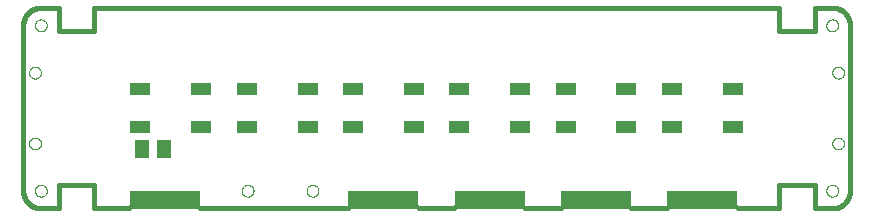
<source format=gtp>
G75*
%MOIN*%
%OFA0B0*%
%FSLAX25Y25*%
%IPPOS*%
%LPD*%
%AMOC8*
5,1,8,0,0,1.08239X$1,22.5*
%
%ADD10C,0.01600*%
%ADD11C,0.00000*%
%ADD12C,0.01200*%
%ADD13R,0.06500X0.03937*%
%ADD14R,0.23622X0.05906*%
%ADD15R,0.05118X0.06299*%
D10*
X0008290Y0025656D02*
X0014195Y0025656D01*
X0014195Y0033530D01*
X0026006Y0033530D01*
X0026006Y0025656D01*
X0037817Y0025656D01*
X0061439Y0025656D02*
X0110652Y0025656D01*
X0134274Y0025656D02*
X0146085Y0025656D01*
X0169707Y0025656D02*
X0181518Y0025656D01*
X0205140Y0025656D02*
X0216951Y0025656D01*
X0240573Y0025656D02*
X0254353Y0025656D01*
X0254353Y0033530D01*
X0266164Y0033530D01*
X0266164Y0025656D01*
X0272069Y0025656D01*
X0272069Y0025655D02*
X0272221Y0025657D01*
X0272373Y0025663D01*
X0272525Y0025673D01*
X0272676Y0025686D01*
X0272827Y0025704D01*
X0272978Y0025725D01*
X0273128Y0025751D01*
X0273277Y0025780D01*
X0273426Y0025813D01*
X0273573Y0025850D01*
X0273720Y0025890D01*
X0273865Y0025935D01*
X0274009Y0025983D01*
X0274152Y0026035D01*
X0274294Y0026090D01*
X0274434Y0026149D01*
X0274573Y0026212D01*
X0274710Y0026278D01*
X0274845Y0026348D01*
X0274978Y0026421D01*
X0275109Y0026498D01*
X0275239Y0026578D01*
X0275366Y0026661D01*
X0275491Y0026747D01*
X0275614Y0026837D01*
X0275734Y0026930D01*
X0275852Y0027026D01*
X0275968Y0027125D01*
X0276081Y0027227D01*
X0276191Y0027331D01*
X0276299Y0027439D01*
X0276403Y0027549D01*
X0276505Y0027662D01*
X0276604Y0027778D01*
X0276700Y0027896D01*
X0276793Y0028016D01*
X0276883Y0028139D01*
X0276969Y0028264D01*
X0277052Y0028391D01*
X0277132Y0028521D01*
X0277209Y0028652D01*
X0277282Y0028785D01*
X0277352Y0028920D01*
X0277418Y0029057D01*
X0277481Y0029196D01*
X0277540Y0029336D01*
X0277595Y0029478D01*
X0277647Y0029621D01*
X0277695Y0029765D01*
X0277740Y0029910D01*
X0277780Y0030057D01*
X0277817Y0030204D01*
X0277850Y0030353D01*
X0277879Y0030502D01*
X0277905Y0030652D01*
X0277926Y0030803D01*
X0277944Y0030954D01*
X0277957Y0031105D01*
X0277967Y0031257D01*
X0277973Y0031409D01*
X0277975Y0031561D01*
X0277975Y0086679D01*
X0277973Y0086831D01*
X0277967Y0086983D01*
X0277957Y0087135D01*
X0277944Y0087286D01*
X0277926Y0087437D01*
X0277905Y0087588D01*
X0277879Y0087738D01*
X0277850Y0087887D01*
X0277817Y0088036D01*
X0277780Y0088183D01*
X0277740Y0088330D01*
X0277695Y0088475D01*
X0277647Y0088619D01*
X0277595Y0088762D01*
X0277540Y0088904D01*
X0277481Y0089044D01*
X0277418Y0089183D01*
X0277352Y0089320D01*
X0277282Y0089455D01*
X0277209Y0089588D01*
X0277132Y0089719D01*
X0277052Y0089849D01*
X0276969Y0089976D01*
X0276883Y0090101D01*
X0276793Y0090224D01*
X0276700Y0090344D01*
X0276604Y0090462D01*
X0276505Y0090578D01*
X0276403Y0090691D01*
X0276299Y0090801D01*
X0276191Y0090909D01*
X0276081Y0091013D01*
X0275968Y0091115D01*
X0275852Y0091214D01*
X0275734Y0091310D01*
X0275614Y0091403D01*
X0275491Y0091493D01*
X0275366Y0091579D01*
X0275239Y0091662D01*
X0275109Y0091742D01*
X0274978Y0091819D01*
X0274845Y0091892D01*
X0274710Y0091962D01*
X0274573Y0092028D01*
X0274434Y0092091D01*
X0274294Y0092150D01*
X0274152Y0092205D01*
X0274009Y0092257D01*
X0273865Y0092305D01*
X0273720Y0092350D01*
X0273573Y0092390D01*
X0273426Y0092427D01*
X0273277Y0092460D01*
X0273128Y0092489D01*
X0272978Y0092515D01*
X0272827Y0092536D01*
X0272676Y0092554D01*
X0272525Y0092567D01*
X0272373Y0092577D01*
X0272221Y0092583D01*
X0272069Y0092585D01*
X0266164Y0092585D01*
X0266164Y0084711D01*
X0254353Y0084711D01*
X0254353Y0092585D01*
X0026006Y0092585D01*
X0026006Y0084711D01*
X0014195Y0084711D01*
X0014195Y0092585D01*
X0008290Y0092585D01*
X0008138Y0092583D01*
X0007986Y0092577D01*
X0007834Y0092567D01*
X0007683Y0092554D01*
X0007532Y0092536D01*
X0007381Y0092515D01*
X0007231Y0092489D01*
X0007082Y0092460D01*
X0006933Y0092427D01*
X0006786Y0092390D01*
X0006639Y0092350D01*
X0006494Y0092305D01*
X0006350Y0092257D01*
X0006207Y0092205D01*
X0006065Y0092150D01*
X0005925Y0092091D01*
X0005786Y0092028D01*
X0005649Y0091962D01*
X0005514Y0091892D01*
X0005381Y0091819D01*
X0005250Y0091742D01*
X0005120Y0091662D01*
X0004993Y0091579D01*
X0004868Y0091493D01*
X0004745Y0091403D01*
X0004625Y0091310D01*
X0004507Y0091214D01*
X0004391Y0091115D01*
X0004278Y0091013D01*
X0004168Y0090909D01*
X0004060Y0090801D01*
X0003956Y0090691D01*
X0003854Y0090578D01*
X0003755Y0090462D01*
X0003659Y0090344D01*
X0003566Y0090224D01*
X0003476Y0090101D01*
X0003390Y0089976D01*
X0003307Y0089849D01*
X0003227Y0089719D01*
X0003150Y0089588D01*
X0003077Y0089455D01*
X0003007Y0089320D01*
X0002941Y0089183D01*
X0002878Y0089044D01*
X0002819Y0088904D01*
X0002764Y0088762D01*
X0002712Y0088619D01*
X0002664Y0088475D01*
X0002619Y0088330D01*
X0002579Y0088183D01*
X0002542Y0088036D01*
X0002509Y0087887D01*
X0002480Y0087738D01*
X0002454Y0087588D01*
X0002433Y0087437D01*
X0002415Y0087286D01*
X0002402Y0087135D01*
X0002392Y0086983D01*
X0002386Y0086831D01*
X0002384Y0086679D01*
X0002384Y0031561D01*
X0002386Y0031409D01*
X0002392Y0031257D01*
X0002402Y0031105D01*
X0002415Y0030954D01*
X0002433Y0030803D01*
X0002454Y0030652D01*
X0002480Y0030502D01*
X0002509Y0030353D01*
X0002542Y0030204D01*
X0002579Y0030057D01*
X0002619Y0029910D01*
X0002664Y0029765D01*
X0002712Y0029621D01*
X0002764Y0029478D01*
X0002819Y0029336D01*
X0002878Y0029196D01*
X0002941Y0029057D01*
X0003007Y0028920D01*
X0003077Y0028785D01*
X0003150Y0028652D01*
X0003227Y0028521D01*
X0003307Y0028391D01*
X0003390Y0028264D01*
X0003476Y0028139D01*
X0003566Y0028016D01*
X0003659Y0027896D01*
X0003755Y0027778D01*
X0003854Y0027662D01*
X0003956Y0027549D01*
X0004060Y0027439D01*
X0004168Y0027331D01*
X0004278Y0027227D01*
X0004391Y0027125D01*
X0004507Y0027026D01*
X0004625Y0026930D01*
X0004745Y0026837D01*
X0004868Y0026747D01*
X0004993Y0026661D01*
X0005120Y0026578D01*
X0005250Y0026498D01*
X0005381Y0026421D01*
X0005514Y0026348D01*
X0005649Y0026278D01*
X0005786Y0026212D01*
X0005925Y0026149D01*
X0006065Y0026090D01*
X0006207Y0026035D01*
X0006350Y0025983D01*
X0006494Y0025935D01*
X0006639Y0025890D01*
X0006786Y0025850D01*
X0006933Y0025813D01*
X0007082Y0025780D01*
X0007231Y0025751D01*
X0007381Y0025725D01*
X0007532Y0025704D01*
X0007683Y0025686D01*
X0007834Y0025673D01*
X0007986Y0025663D01*
X0008138Y0025657D01*
X0008290Y0025655D01*
D11*
X0006321Y0031561D02*
X0006323Y0031649D01*
X0006329Y0031737D01*
X0006339Y0031825D01*
X0006353Y0031913D01*
X0006370Y0031999D01*
X0006392Y0032085D01*
X0006417Y0032169D01*
X0006447Y0032253D01*
X0006479Y0032335D01*
X0006516Y0032415D01*
X0006556Y0032494D01*
X0006600Y0032571D01*
X0006647Y0032646D01*
X0006697Y0032718D01*
X0006751Y0032789D01*
X0006807Y0032856D01*
X0006867Y0032922D01*
X0006929Y0032984D01*
X0006995Y0033044D01*
X0007062Y0033100D01*
X0007133Y0033154D01*
X0007205Y0033204D01*
X0007280Y0033251D01*
X0007357Y0033295D01*
X0007436Y0033335D01*
X0007516Y0033372D01*
X0007598Y0033404D01*
X0007682Y0033434D01*
X0007766Y0033459D01*
X0007852Y0033481D01*
X0007938Y0033498D01*
X0008026Y0033512D01*
X0008114Y0033522D01*
X0008202Y0033528D01*
X0008290Y0033530D01*
X0008378Y0033528D01*
X0008466Y0033522D01*
X0008554Y0033512D01*
X0008642Y0033498D01*
X0008728Y0033481D01*
X0008814Y0033459D01*
X0008898Y0033434D01*
X0008982Y0033404D01*
X0009064Y0033372D01*
X0009144Y0033335D01*
X0009223Y0033295D01*
X0009300Y0033251D01*
X0009375Y0033204D01*
X0009447Y0033154D01*
X0009518Y0033100D01*
X0009585Y0033044D01*
X0009651Y0032984D01*
X0009713Y0032922D01*
X0009773Y0032856D01*
X0009829Y0032789D01*
X0009883Y0032718D01*
X0009933Y0032646D01*
X0009980Y0032571D01*
X0010024Y0032494D01*
X0010064Y0032415D01*
X0010101Y0032335D01*
X0010133Y0032253D01*
X0010163Y0032169D01*
X0010188Y0032085D01*
X0010210Y0031999D01*
X0010227Y0031913D01*
X0010241Y0031825D01*
X0010251Y0031737D01*
X0010257Y0031649D01*
X0010259Y0031561D01*
X0010257Y0031473D01*
X0010251Y0031385D01*
X0010241Y0031297D01*
X0010227Y0031209D01*
X0010210Y0031123D01*
X0010188Y0031037D01*
X0010163Y0030953D01*
X0010133Y0030869D01*
X0010101Y0030787D01*
X0010064Y0030707D01*
X0010024Y0030628D01*
X0009980Y0030551D01*
X0009933Y0030476D01*
X0009883Y0030404D01*
X0009829Y0030333D01*
X0009773Y0030266D01*
X0009713Y0030200D01*
X0009651Y0030138D01*
X0009585Y0030078D01*
X0009518Y0030022D01*
X0009447Y0029968D01*
X0009375Y0029918D01*
X0009300Y0029871D01*
X0009223Y0029827D01*
X0009144Y0029787D01*
X0009064Y0029750D01*
X0008982Y0029718D01*
X0008898Y0029688D01*
X0008814Y0029663D01*
X0008728Y0029641D01*
X0008642Y0029624D01*
X0008554Y0029610D01*
X0008466Y0029600D01*
X0008378Y0029594D01*
X0008290Y0029592D01*
X0008202Y0029594D01*
X0008114Y0029600D01*
X0008026Y0029610D01*
X0007938Y0029624D01*
X0007852Y0029641D01*
X0007766Y0029663D01*
X0007682Y0029688D01*
X0007598Y0029718D01*
X0007516Y0029750D01*
X0007436Y0029787D01*
X0007357Y0029827D01*
X0007280Y0029871D01*
X0007205Y0029918D01*
X0007133Y0029968D01*
X0007062Y0030022D01*
X0006995Y0030078D01*
X0006929Y0030138D01*
X0006867Y0030200D01*
X0006807Y0030266D01*
X0006751Y0030333D01*
X0006697Y0030404D01*
X0006647Y0030476D01*
X0006600Y0030551D01*
X0006556Y0030628D01*
X0006516Y0030707D01*
X0006479Y0030787D01*
X0006447Y0030869D01*
X0006417Y0030953D01*
X0006392Y0031037D01*
X0006370Y0031123D01*
X0006353Y0031209D01*
X0006339Y0031297D01*
X0006329Y0031385D01*
X0006323Y0031473D01*
X0006321Y0031561D01*
X0004352Y0047309D02*
X0004354Y0047397D01*
X0004360Y0047485D01*
X0004370Y0047573D01*
X0004384Y0047661D01*
X0004401Y0047747D01*
X0004423Y0047833D01*
X0004448Y0047917D01*
X0004478Y0048001D01*
X0004510Y0048083D01*
X0004547Y0048163D01*
X0004587Y0048242D01*
X0004631Y0048319D01*
X0004678Y0048394D01*
X0004728Y0048466D01*
X0004782Y0048537D01*
X0004838Y0048604D01*
X0004898Y0048670D01*
X0004960Y0048732D01*
X0005026Y0048792D01*
X0005093Y0048848D01*
X0005164Y0048902D01*
X0005236Y0048952D01*
X0005311Y0048999D01*
X0005388Y0049043D01*
X0005467Y0049083D01*
X0005547Y0049120D01*
X0005629Y0049152D01*
X0005713Y0049182D01*
X0005797Y0049207D01*
X0005883Y0049229D01*
X0005969Y0049246D01*
X0006057Y0049260D01*
X0006145Y0049270D01*
X0006233Y0049276D01*
X0006321Y0049278D01*
X0006409Y0049276D01*
X0006497Y0049270D01*
X0006585Y0049260D01*
X0006673Y0049246D01*
X0006759Y0049229D01*
X0006845Y0049207D01*
X0006929Y0049182D01*
X0007013Y0049152D01*
X0007095Y0049120D01*
X0007175Y0049083D01*
X0007254Y0049043D01*
X0007331Y0048999D01*
X0007406Y0048952D01*
X0007478Y0048902D01*
X0007549Y0048848D01*
X0007616Y0048792D01*
X0007682Y0048732D01*
X0007744Y0048670D01*
X0007804Y0048604D01*
X0007860Y0048537D01*
X0007914Y0048466D01*
X0007964Y0048394D01*
X0008011Y0048319D01*
X0008055Y0048242D01*
X0008095Y0048163D01*
X0008132Y0048083D01*
X0008164Y0048001D01*
X0008194Y0047917D01*
X0008219Y0047833D01*
X0008241Y0047747D01*
X0008258Y0047661D01*
X0008272Y0047573D01*
X0008282Y0047485D01*
X0008288Y0047397D01*
X0008290Y0047309D01*
X0008288Y0047221D01*
X0008282Y0047133D01*
X0008272Y0047045D01*
X0008258Y0046957D01*
X0008241Y0046871D01*
X0008219Y0046785D01*
X0008194Y0046701D01*
X0008164Y0046617D01*
X0008132Y0046535D01*
X0008095Y0046455D01*
X0008055Y0046376D01*
X0008011Y0046299D01*
X0007964Y0046224D01*
X0007914Y0046152D01*
X0007860Y0046081D01*
X0007804Y0046014D01*
X0007744Y0045948D01*
X0007682Y0045886D01*
X0007616Y0045826D01*
X0007549Y0045770D01*
X0007478Y0045716D01*
X0007406Y0045666D01*
X0007331Y0045619D01*
X0007254Y0045575D01*
X0007175Y0045535D01*
X0007095Y0045498D01*
X0007013Y0045466D01*
X0006929Y0045436D01*
X0006845Y0045411D01*
X0006759Y0045389D01*
X0006673Y0045372D01*
X0006585Y0045358D01*
X0006497Y0045348D01*
X0006409Y0045342D01*
X0006321Y0045340D01*
X0006233Y0045342D01*
X0006145Y0045348D01*
X0006057Y0045358D01*
X0005969Y0045372D01*
X0005883Y0045389D01*
X0005797Y0045411D01*
X0005713Y0045436D01*
X0005629Y0045466D01*
X0005547Y0045498D01*
X0005467Y0045535D01*
X0005388Y0045575D01*
X0005311Y0045619D01*
X0005236Y0045666D01*
X0005164Y0045716D01*
X0005093Y0045770D01*
X0005026Y0045826D01*
X0004960Y0045886D01*
X0004898Y0045948D01*
X0004838Y0046014D01*
X0004782Y0046081D01*
X0004728Y0046152D01*
X0004678Y0046224D01*
X0004631Y0046299D01*
X0004587Y0046376D01*
X0004547Y0046455D01*
X0004510Y0046535D01*
X0004478Y0046617D01*
X0004448Y0046701D01*
X0004423Y0046785D01*
X0004401Y0046871D01*
X0004384Y0046957D01*
X0004370Y0047045D01*
X0004360Y0047133D01*
X0004354Y0047221D01*
X0004352Y0047309D01*
X0004352Y0070931D02*
X0004354Y0071019D01*
X0004360Y0071107D01*
X0004370Y0071195D01*
X0004384Y0071283D01*
X0004401Y0071369D01*
X0004423Y0071455D01*
X0004448Y0071539D01*
X0004478Y0071623D01*
X0004510Y0071705D01*
X0004547Y0071785D01*
X0004587Y0071864D01*
X0004631Y0071941D01*
X0004678Y0072016D01*
X0004728Y0072088D01*
X0004782Y0072159D01*
X0004838Y0072226D01*
X0004898Y0072292D01*
X0004960Y0072354D01*
X0005026Y0072414D01*
X0005093Y0072470D01*
X0005164Y0072524D01*
X0005236Y0072574D01*
X0005311Y0072621D01*
X0005388Y0072665D01*
X0005467Y0072705D01*
X0005547Y0072742D01*
X0005629Y0072774D01*
X0005713Y0072804D01*
X0005797Y0072829D01*
X0005883Y0072851D01*
X0005969Y0072868D01*
X0006057Y0072882D01*
X0006145Y0072892D01*
X0006233Y0072898D01*
X0006321Y0072900D01*
X0006409Y0072898D01*
X0006497Y0072892D01*
X0006585Y0072882D01*
X0006673Y0072868D01*
X0006759Y0072851D01*
X0006845Y0072829D01*
X0006929Y0072804D01*
X0007013Y0072774D01*
X0007095Y0072742D01*
X0007175Y0072705D01*
X0007254Y0072665D01*
X0007331Y0072621D01*
X0007406Y0072574D01*
X0007478Y0072524D01*
X0007549Y0072470D01*
X0007616Y0072414D01*
X0007682Y0072354D01*
X0007744Y0072292D01*
X0007804Y0072226D01*
X0007860Y0072159D01*
X0007914Y0072088D01*
X0007964Y0072016D01*
X0008011Y0071941D01*
X0008055Y0071864D01*
X0008095Y0071785D01*
X0008132Y0071705D01*
X0008164Y0071623D01*
X0008194Y0071539D01*
X0008219Y0071455D01*
X0008241Y0071369D01*
X0008258Y0071283D01*
X0008272Y0071195D01*
X0008282Y0071107D01*
X0008288Y0071019D01*
X0008290Y0070931D01*
X0008288Y0070843D01*
X0008282Y0070755D01*
X0008272Y0070667D01*
X0008258Y0070579D01*
X0008241Y0070493D01*
X0008219Y0070407D01*
X0008194Y0070323D01*
X0008164Y0070239D01*
X0008132Y0070157D01*
X0008095Y0070077D01*
X0008055Y0069998D01*
X0008011Y0069921D01*
X0007964Y0069846D01*
X0007914Y0069774D01*
X0007860Y0069703D01*
X0007804Y0069636D01*
X0007744Y0069570D01*
X0007682Y0069508D01*
X0007616Y0069448D01*
X0007549Y0069392D01*
X0007478Y0069338D01*
X0007406Y0069288D01*
X0007331Y0069241D01*
X0007254Y0069197D01*
X0007175Y0069157D01*
X0007095Y0069120D01*
X0007013Y0069088D01*
X0006929Y0069058D01*
X0006845Y0069033D01*
X0006759Y0069011D01*
X0006673Y0068994D01*
X0006585Y0068980D01*
X0006497Y0068970D01*
X0006409Y0068964D01*
X0006321Y0068962D01*
X0006233Y0068964D01*
X0006145Y0068970D01*
X0006057Y0068980D01*
X0005969Y0068994D01*
X0005883Y0069011D01*
X0005797Y0069033D01*
X0005713Y0069058D01*
X0005629Y0069088D01*
X0005547Y0069120D01*
X0005467Y0069157D01*
X0005388Y0069197D01*
X0005311Y0069241D01*
X0005236Y0069288D01*
X0005164Y0069338D01*
X0005093Y0069392D01*
X0005026Y0069448D01*
X0004960Y0069508D01*
X0004898Y0069570D01*
X0004838Y0069636D01*
X0004782Y0069703D01*
X0004728Y0069774D01*
X0004678Y0069846D01*
X0004631Y0069921D01*
X0004587Y0069998D01*
X0004547Y0070077D01*
X0004510Y0070157D01*
X0004478Y0070239D01*
X0004448Y0070323D01*
X0004423Y0070407D01*
X0004401Y0070493D01*
X0004384Y0070579D01*
X0004370Y0070667D01*
X0004360Y0070755D01*
X0004354Y0070843D01*
X0004352Y0070931D01*
X0006321Y0086679D02*
X0006323Y0086767D01*
X0006329Y0086855D01*
X0006339Y0086943D01*
X0006353Y0087031D01*
X0006370Y0087117D01*
X0006392Y0087203D01*
X0006417Y0087287D01*
X0006447Y0087371D01*
X0006479Y0087453D01*
X0006516Y0087533D01*
X0006556Y0087612D01*
X0006600Y0087689D01*
X0006647Y0087764D01*
X0006697Y0087836D01*
X0006751Y0087907D01*
X0006807Y0087974D01*
X0006867Y0088040D01*
X0006929Y0088102D01*
X0006995Y0088162D01*
X0007062Y0088218D01*
X0007133Y0088272D01*
X0007205Y0088322D01*
X0007280Y0088369D01*
X0007357Y0088413D01*
X0007436Y0088453D01*
X0007516Y0088490D01*
X0007598Y0088522D01*
X0007682Y0088552D01*
X0007766Y0088577D01*
X0007852Y0088599D01*
X0007938Y0088616D01*
X0008026Y0088630D01*
X0008114Y0088640D01*
X0008202Y0088646D01*
X0008290Y0088648D01*
X0008378Y0088646D01*
X0008466Y0088640D01*
X0008554Y0088630D01*
X0008642Y0088616D01*
X0008728Y0088599D01*
X0008814Y0088577D01*
X0008898Y0088552D01*
X0008982Y0088522D01*
X0009064Y0088490D01*
X0009144Y0088453D01*
X0009223Y0088413D01*
X0009300Y0088369D01*
X0009375Y0088322D01*
X0009447Y0088272D01*
X0009518Y0088218D01*
X0009585Y0088162D01*
X0009651Y0088102D01*
X0009713Y0088040D01*
X0009773Y0087974D01*
X0009829Y0087907D01*
X0009883Y0087836D01*
X0009933Y0087764D01*
X0009980Y0087689D01*
X0010024Y0087612D01*
X0010064Y0087533D01*
X0010101Y0087453D01*
X0010133Y0087371D01*
X0010163Y0087287D01*
X0010188Y0087203D01*
X0010210Y0087117D01*
X0010227Y0087031D01*
X0010241Y0086943D01*
X0010251Y0086855D01*
X0010257Y0086767D01*
X0010259Y0086679D01*
X0010257Y0086591D01*
X0010251Y0086503D01*
X0010241Y0086415D01*
X0010227Y0086327D01*
X0010210Y0086241D01*
X0010188Y0086155D01*
X0010163Y0086071D01*
X0010133Y0085987D01*
X0010101Y0085905D01*
X0010064Y0085825D01*
X0010024Y0085746D01*
X0009980Y0085669D01*
X0009933Y0085594D01*
X0009883Y0085522D01*
X0009829Y0085451D01*
X0009773Y0085384D01*
X0009713Y0085318D01*
X0009651Y0085256D01*
X0009585Y0085196D01*
X0009518Y0085140D01*
X0009447Y0085086D01*
X0009375Y0085036D01*
X0009300Y0084989D01*
X0009223Y0084945D01*
X0009144Y0084905D01*
X0009064Y0084868D01*
X0008982Y0084836D01*
X0008898Y0084806D01*
X0008814Y0084781D01*
X0008728Y0084759D01*
X0008642Y0084742D01*
X0008554Y0084728D01*
X0008466Y0084718D01*
X0008378Y0084712D01*
X0008290Y0084710D01*
X0008202Y0084712D01*
X0008114Y0084718D01*
X0008026Y0084728D01*
X0007938Y0084742D01*
X0007852Y0084759D01*
X0007766Y0084781D01*
X0007682Y0084806D01*
X0007598Y0084836D01*
X0007516Y0084868D01*
X0007436Y0084905D01*
X0007357Y0084945D01*
X0007280Y0084989D01*
X0007205Y0085036D01*
X0007133Y0085086D01*
X0007062Y0085140D01*
X0006995Y0085196D01*
X0006929Y0085256D01*
X0006867Y0085318D01*
X0006807Y0085384D01*
X0006751Y0085451D01*
X0006697Y0085522D01*
X0006647Y0085594D01*
X0006600Y0085669D01*
X0006556Y0085746D01*
X0006516Y0085825D01*
X0006479Y0085905D01*
X0006447Y0085987D01*
X0006417Y0086071D01*
X0006392Y0086155D01*
X0006370Y0086241D01*
X0006353Y0086327D01*
X0006339Y0086415D01*
X0006329Y0086503D01*
X0006323Y0086591D01*
X0006321Y0086679D01*
X0075218Y0031561D02*
X0075220Y0031649D01*
X0075226Y0031737D01*
X0075236Y0031825D01*
X0075250Y0031913D01*
X0075267Y0031999D01*
X0075289Y0032085D01*
X0075314Y0032169D01*
X0075344Y0032253D01*
X0075376Y0032335D01*
X0075413Y0032415D01*
X0075453Y0032494D01*
X0075497Y0032571D01*
X0075544Y0032646D01*
X0075594Y0032718D01*
X0075648Y0032789D01*
X0075704Y0032856D01*
X0075764Y0032922D01*
X0075826Y0032984D01*
X0075892Y0033044D01*
X0075959Y0033100D01*
X0076030Y0033154D01*
X0076102Y0033204D01*
X0076177Y0033251D01*
X0076254Y0033295D01*
X0076333Y0033335D01*
X0076413Y0033372D01*
X0076495Y0033404D01*
X0076579Y0033434D01*
X0076663Y0033459D01*
X0076749Y0033481D01*
X0076835Y0033498D01*
X0076923Y0033512D01*
X0077011Y0033522D01*
X0077099Y0033528D01*
X0077187Y0033530D01*
X0077275Y0033528D01*
X0077363Y0033522D01*
X0077451Y0033512D01*
X0077539Y0033498D01*
X0077625Y0033481D01*
X0077711Y0033459D01*
X0077795Y0033434D01*
X0077879Y0033404D01*
X0077961Y0033372D01*
X0078041Y0033335D01*
X0078120Y0033295D01*
X0078197Y0033251D01*
X0078272Y0033204D01*
X0078344Y0033154D01*
X0078415Y0033100D01*
X0078482Y0033044D01*
X0078548Y0032984D01*
X0078610Y0032922D01*
X0078670Y0032856D01*
X0078726Y0032789D01*
X0078780Y0032718D01*
X0078830Y0032646D01*
X0078877Y0032571D01*
X0078921Y0032494D01*
X0078961Y0032415D01*
X0078998Y0032335D01*
X0079030Y0032253D01*
X0079060Y0032169D01*
X0079085Y0032085D01*
X0079107Y0031999D01*
X0079124Y0031913D01*
X0079138Y0031825D01*
X0079148Y0031737D01*
X0079154Y0031649D01*
X0079156Y0031561D01*
X0079154Y0031473D01*
X0079148Y0031385D01*
X0079138Y0031297D01*
X0079124Y0031209D01*
X0079107Y0031123D01*
X0079085Y0031037D01*
X0079060Y0030953D01*
X0079030Y0030869D01*
X0078998Y0030787D01*
X0078961Y0030707D01*
X0078921Y0030628D01*
X0078877Y0030551D01*
X0078830Y0030476D01*
X0078780Y0030404D01*
X0078726Y0030333D01*
X0078670Y0030266D01*
X0078610Y0030200D01*
X0078548Y0030138D01*
X0078482Y0030078D01*
X0078415Y0030022D01*
X0078344Y0029968D01*
X0078272Y0029918D01*
X0078197Y0029871D01*
X0078120Y0029827D01*
X0078041Y0029787D01*
X0077961Y0029750D01*
X0077879Y0029718D01*
X0077795Y0029688D01*
X0077711Y0029663D01*
X0077625Y0029641D01*
X0077539Y0029624D01*
X0077451Y0029610D01*
X0077363Y0029600D01*
X0077275Y0029594D01*
X0077187Y0029592D01*
X0077099Y0029594D01*
X0077011Y0029600D01*
X0076923Y0029610D01*
X0076835Y0029624D01*
X0076749Y0029641D01*
X0076663Y0029663D01*
X0076579Y0029688D01*
X0076495Y0029718D01*
X0076413Y0029750D01*
X0076333Y0029787D01*
X0076254Y0029827D01*
X0076177Y0029871D01*
X0076102Y0029918D01*
X0076030Y0029968D01*
X0075959Y0030022D01*
X0075892Y0030078D01*
X0075826Y0030138D01*
X0075764Y0030200D01*
X0075704Y0030266D01*
X0075648Y0030333D01*
X0075594Y0030404D01*
X0075544Y0030476D01*
X0075497Y0030551D01*
X0075453Y0030628D01*
X0075413Y0030707D01*
X0075376Y0030787D01*
X0075344Y0030869D01*
X0075314Y0030953D01*
X0075289Y0031037D01*
X0075267Y0031123D01*
X0075250Y0031209D01*
X0075236Y0031297D01*
X0075226Y0031385D01*
X0075220Y0031473D01*
X0075218Y0031561D01*
X0096872Y0031561D02*
X0096874Y0031649D01*
X0096880Y0031737D01*
X0096890Y0031825D01*
X0096904Y0031913D01*
X0096921Y0031999D01*
X0096943Y0032085D01*
X0096968Y0032169D01*
X0096998Y0032253D01*
X0097030Y0032335D01*
X0097067Y0032415D01*
X0097107Y0032494D01*
X0097151Y0032571D01*
X0097198Y0032646D01*
X0097248Y0032718D01*
X0097302Y0032789D01*
X0097358Y0032856D01*
X0097418Y0032922D01*
X0097480Y0032984D01*
X0097546Y0033044D01*
X0097613Y0033100D01*
X0097684Y0033154D01*
X0097756Y0033204D01*
X0097831Y0033251D01*
X0097908Y0033295D01*
X0097987Y0033335D01*
X0098067Y0033372D01*
X0098149Y0033404D01*
X0098233Y0033434D01*
X0098317Y0033459D01*
X0098403Y0033481D01*
X0098489Y0033498D01*
X0098577Y0033512D01*
X0098665Y0033522D01*
X0098753Y0033528D01*
X0098841Y0033530D01*
X0098929Y0033528D01*
X0099017Y0033522D01*
X0099105Y0033512D01*
X0099193Y0033498D01*
X0099279Y0033481D01*
X0099365Y0033459D01*
X0099449Y0033434D01*
X0099533Y0033404D01*
X0099615Y0033372D01*
X0099695Y0033335D01*
X0099774Y0033295D01*
X0099851Y0033251D01*
X0099926Y0033204D01*
X0099998Y0033154D01*
X0100069Y0033100D01*
X0100136Y0033044D01*
X0100202Y0032984D01*
X0100264Y0032922D01*
X0100324Y0032856D01*
X0100380Y0032789D01*
X0100434Y0032718D01*
X0100484Y0032646D01*
X0100531Y0032571D01*
X0100575Y0032494D01*
X0100615Y0032415D01*
X0100652Y0032335D01*
X0100684Y0032253D01*
X0100714Y0032169D01*
X0100739Y0032085D01*
X0100761Y0031999D01*
X0100778Y0031913D01*
X0100792Y0031825D01*
X0100802Y0031737D01*
X0100808Y0031649D01*
X0100810Y0031561D01*
X0100808Y0031473D01*
X0100802Y0031385D01*
X0100792Y0031297D01*
X0100778Y0031209D01*
X0100761Y0031123D01*
X0100739Y0031037D01*
X0100714Y0030953D01*
X0100684Y0030869D01*
X0100652Y0030787D01*
X0100615Y0030707D01*
X0100575Y0030628D01*
X0100531Y0030551D01*
X0100484Y0030476D01*
X0100434Y0030404D01*
X0100380Y0030333D01*
X0100324Y0030266D01*
X0100264Y0030200D01*
X0100202Y0030138D01*
X0100136Y0030078D01*
X0100069Y0030022D01*
X0099998Y0029968D01*
X0099926Y0029918D01*
X0099851Y0029871D01*
X0099774Y0029827D01*
X0099695Y0029787D01*
X0099615Y0029750D01*
X0099533Y0029718D01*
X0099449Y0029688D01*
X0099365Y0029663D01*
X0099279Y0029641D01*
X0099193Y0029624D01*
X0099105Y0029610D01*
X0099017Y0029600D01*
X0098929Y0029594D01*
X0098841Y0029592D01*
X0098753Y0029594D01*
X0098665Y0029600D01*
X0098577Y0029610D01*
X0098489Y0029624D01*
X0098403Y0029641D01*
X0098317Y0029663D01*
X0098233Y0029688D01*
X0098149Y0029718D01*
X0098067Y0029750D01*
X0097987Y0029787D01*
X0097908Y0029827D01*
X0097831Y0029871D01*
X0097756Y0029918D01*
X0097684Y0029968D01*
X0097613Y0030022D01*
X0097546Y0030078D01*
X0097480Y0030138D01*
X0097418Y0030200D01*
X0097358Y0030266D01*
X0097302Y0030333D01*
X0097248Y0030404D01*
X0097198Y0030476D01*
X0097151Y0030551D01*
X0097107Y0030628D01*
X0097067Y0030707D01*
X0097030Y0030787D01*
X0096998Y0030869D01*
X0096968Y0030953D01*
X0096943Y0031037D01*
X0096921Y0031123D01*
X0096904Y0031209D01*
X0096890Y0031297D01*
X0096880Y0031385D01*
X0096874Y0031473D01*
X0096872Y0031561D01*
X0270100Y0031561D02*
X0270102Y0031649D01*
X0270108Y0031737D01*
X0270118Y0031825D01*
X0270132Y0031913D01*
X0270149Y0031999D01*
X0270171Y0032085D01*
X0270196Y0032169D01*
X0270226Y0032253D01*
X0270258Y0032335D01*
X0270295Y0032415D01*
X0270335Y0032494D01*
X0270379Y0032571D01*
X0270426Y0032646D01*
X0270476Y0032718D01*
X0270530Y0032789D01*
X0270586Y0032856D01*
X0270646Y0032922D01*
X0270708Y0032984D01*
X0270774Y0033044D01*
X0270841Y0033100D01*
X0270912Y0033154D01*
X0270984Y0033204D01*
X0271059Y0033251D01*
X0271136Y0033295D01*
X0271215Y0033335D01*
X0271295Y0033372D01*
X0271377Y0033404D01*
X0271461Y0033434D01*
X0271545Y0033459D01*
X0271631Y0033481D01*
X0271717Y0033498D01*
X0271805Y0033512D01*
X0271893Y0033522D01*
X0271981Y0033528D01*
X0272069Y0033530D01*
X0272157Y0033528D01*
X0272245Y0033522D01*
X0272333Y0033512D01*
X0272421Y0033498D01*
X0272507Y0033481D01*
X0272593Y0033459D01*
X0272677Y0033434D01*
X0272761Y0033404D01*
X0272843Y0033372D01*
X0272923Y0033335D01*
X0273002Y0033295D01*
X0273079Y0033251D01*
X0273154Y0033204D01*
X0273226Y0033154D01*
X0273297Y0033100D01*
X0273364Y0033044D01*
X0273430Y0032984D01*
X0273492Y0032922D01*
X0273552Y0032856D01*
X0273608Y0032789D01*
X0273662Y0032718D01*
X0273712Y0032646D01*
X0273759Y0032571D01*
X0273803Y0032494D01*
X0273843Y0032415D01*
X0273880Y0032335D01*
X0273912Y0032253D01*
X0273942Y0032169D01*
X0273967Y0032085D01*
X0273989Y0031999D01*
X0274006Y0031913D01*
X0274020Y0031825D01*
X0274030Y0031737D01*
X0274036Y0031649D01*
X0274038Y0031561D01*
X0274036Y0031473D01*
X0274030Y0031385D01*
X0274020Y0031297D01*
X0274006Y0031209D01*
X0273989Y0031123D01*
X0273967Y0031037D01*
X0273942Y0030953D01*
X0273912Y0030869D01*
X0273880Y0030787D01*
X0273843Y0030707D01*
X0273803Y0030628D01*
X0273759Y0030551D01*
X0273712Y0030476D01*
X0273662Y0030404D01*
X0273608Y0030333D01*
X0273552Y0030266D01*
X0273492Y0030200D01*
X0273430Y0030138D01*
X0273364Y0030078D01*
X0273297Y0030022D01*
X0273226Y0029968D01*
X0273154Y0029918D01*
X0273079Y0029871D01*
X0273002Y0029827D01*
X0272923Y0029787D01*
X0272843Y0029750D01*
X0272761Y0029718D01*
X0272677Y0029688D01*
X0272593Y0029663D01*
X0272507Y0029641D01*
X0272421Y0029624D01*
X0272333Y0029610D01*
X0272245Y0029600D01*
X0272157Y0029594D01*
X0272069Y0029592D01*
X0271981Y0029594D01*
X0271893Y0029600D01*
X0271805Y0029610D01*
X0271717Y0029624D01*
X0271631Y0029641D01*
X0271545Y0029663D01*
X0271461Y0029688D01*
X0271377Y0029718D01*
X0271295Y0029750D01*
X0271215Y0029787D01*
X0271136Y0029827D01*
X0271059Y0029871D01*
X0270984Y0029918D01*
X0270912Y0029968D01*
X0270841Y0030022D01*
X0270774Y0030078D01*
X0270708Y0030138D01*
X0270646Y0030200D01*
X0270586Y0030266D01*
X0270530Y0030333D01*
X0270476Y0030404D01*
X0270426Y0030476D01*
X0270379Y0030551D01*
X0270335Y0030628D01*
X0270295Y0030707D01*
X0270258Y0030787D01*
X0270226Y0030869D01*
X0270196Y0030953D01*
X0270171Y0031037D01*
X0270149Y0031123D01*
X0270132Y0031209D01*
X0270118Y0031297D01*
X0270108Y0031385D01*
X0270102Y0031473D01*
X0270100Y0031561D01*
X0272069Y0047309D02*
X0272071Y0047397D01*
X0272077Y0047485D01*
X0272087Y0047573D01*
X0272101Y0047661D01*
X0272118Y0047747D01*
X0272140Y0047833D01*
X0272165Y0047917D01*
X0272195Y0048001D01*
X0272227Y0048083D01*
X0272264Y0048163D01*
X0272304Y0048242D01*
X0272348Y0048319D01*
X0272395Y0048394D01*
X0272445Y0048466D01*
X0272499Y0048537D01*
X0272555Y0048604D01*
X0272615Y0048670D01*
X0272677Y0048732D01*
X0272743Y0048792D01*
X0272810Y0048848D01*
X0272881Y0048902D01*
X0272953Y0048952D01*
X0273028Y0048999D01*
X0273105Y0049043D01*
X0273184Y0049083D01*
X0273264Y0049120D01*
X0273346Y0049152D01*
X0273430Y0049182D01*
X0273514Y0049207D01*
X0273600Y0049229D01*
X0273686Y0049246D01*
X0273774Y0049260D01*
X0273862Y0049270D01*
X0273950Y0049276D01*
X0274038Y0049278D01*
X0274126Y0049276D01*
X0274214Y0049270D01*
X0274302Y0049260D01*
X0274390Y0049246D01*
X0274476Y0049229D01*
X0274562Y0049207D01*
X0274646Y0049182D01*
X0274730Y0049152D01*
X0274812Y0049120D01*
X0274892Y0049083D01*
X0274971Y0049043D01*
X0275048Y0048999D01*
X0275123Y0048952D01*
X0275195Y0048902D01*
X0275266Y0048848D01*
X0275333Y0048792D01*
X0275399Y0048732D01*
X0275461Y0048670D01*
X0275521Y0048604D01*
X0275577Y0048537D01*
X0275631Y0048466D01*
X0275681Y0048394D01*
X0275728Y0048319D01*
X0275772Y0048242D01*
X0275812Y0048163D01*
X0275849Y0048083D01*
X0275881Y0048001D01*
X0275911Y0047917D01*
X0275936Y0047833D01*
X0275958Y0047747D01*
X0275975Y0047661D01*
X0275989Y0047573D01*
X0275999Y0047485D01*
X0276005Y0047397D01*
X0276007Y0047309D01*
X0276005Y0047221D01*
X0275999Y0047133D01*
X0275989Y0047045D01*
X0275975Y0046957D01*
X0275958Y0046871D01*
X0275936Y0046785D01*
X0275911Y0046701D01*
X0275881Y0046617D01*
X0275849Y0046535D01*
X0275812Y0046455D01*
X0275772Y0046376D01*
X0275728Y0046299D01*
X0275681Y0046224D01*
X0275631Y0046152D01*
X0275577Y0046081D01*
X0275521Y0046014D01*
X0275461Y0045948D01*
X0275399Y0045886D01*
X0275333Y0045826D01*
X0275266Y0045770D01*
X0275195Y0045716D01*
X0275123Y0045666D01*
X0275048Y0045619D01*
X0274971Y0045575D01*
X0274892Y0045535D01*
X0274812Y0045498D01*
X0274730Y0045466D01*
X0274646Y0045436D01*
X0274562Y0045411D01*
X0274476Y0045389D01*
X0274390Y0045372D01*
X0274302Y0045358D01*
X0274214Y0045348D01*
X0274126Y0045342D01*
X0274038Y0045340D01*
X0273950Y0045342D01*
X0273862Y0045348D01*
X0273774Y0045358D01*
X0273686Y0045372D01*
X0273600Y0045389D01*
X0273514Y0045411D01*
X0273430Y0045436D01*
X0273346Y0045466D01*
X0273264Y0045498D01*
X0273184Y0045535D01*
X0273105Y0045575D01*
X0273028Y0045619D01*
X0272953Y0045666D01*
X0272881Y0045716D01*
X0272810Y0045770D01*
X0272743Y0045826D01*
X0272677Y0045886D01*
X0272615Y0045948D01*
X0272555Y0046014D01*
X0272499Y0046081D01*
X0272445Y0046152D01*
X0272395Y0046224D01*
X0272348Y0046299D01*
X0272304Y0046376D01*
X0272264Y0046455D01*
X0272227Y0046535D01*
X0272195Y0046617D01*
X0272165Y0046701D01*
X0272140Y0046785D01*
X0272118Y0046871D01*
X0272101Y0046957D01*
X0272087Y0047045D01*
X0272077Y0047133D01*
X0272071Y0047221D01*
X0272069Y0047309D01*
X0272069Y0070931D02*
X0272071Y0071019D01*
X0272077Y0071107D01*
X0272087Y0071195D01*
X0272101Y0071283D01*
X0272118Y0071369D01*
X0272140Y0071455D01*
X0272165Y0071539D01*
X0272195Y0071623D01*
X0272227Y0071705D01*
X0272264Y0071785D01*
X0272304Y0071864D01*
X0272348Y0071941D01*
X0272395Y0072016D01*
X0272445Y0072088D01*
X0272499Y0072159D01*
X0272555Y0072226D01*
X0272615Y0072292D01*
X0272677Y0072354D01*
X0272743Y0072414D01*
X0272810Y0072470D01*
X0272881Y0072524D01*
X0272953Y0072574D01*
X0273028Y0072621D01*
X0273105Y0072665D01*
X0273184Y0072705D01*
X0273264Y0072742D01*
X0273346Y0072774D01*
X0273430Y0072804D01*
X0273514Y0072829D01*
X0273600Y0072851D01*
X0273686Y0072868D01*
X0273774Y0072882D01*
X0273862Y0072892D01*
X0273950Y0072898D01*
X0274038Y0072900D01*
X0274126Y0072898D01*
X0274214Y0072892D01*
X0274302Y0072882D01*
X0274390Y0072868D01*
X0274476Y0072851D01*
X0274562Y0072829D01*
X0274646Y0072804D01*
X0274730Y0072774D01*
X0274812Y0072742D01*
X0274892Y0072705D01*
X0274971Y0072665D01*
X0275048Y0072621D01*
X0275123Y0072574D01*
X0275195Y0072524D01*
X0275266Y0072470D01*
X0275333Y0072414D01*
X0275399Y0072354D01*
X0275461Y0072292D01*
X0275521Y0072226D01*
X0275577Y0072159D01*
X0275631Y0072088D01*
X0275681Y0072016D01*
X0275728Y0071941D01*
X0275772Y0071864D01*
X0275812Y0071785D01*
X0275849Y0071705D01*
X0275881Y0071623D01*
X0275911Y0071539D01*
X0275936Y0071455D01*
X0275958Y0071369D01*
X0275975Y0071283D01*
X0275989Y0071195D01*
X0275999Y0071107D01*
X0276005Y0071019D01*
X0276007Y0070931D01*
X0276005Y0070843D01*
X0275999Y0070755D01*
X0275989Y0070667D01*
X0275975Y0070579D01*
X0275958Y0070493D01*
X0275936Y0070407D01*
X0275911Y0070323D01*
X0275881Y0070239D01*
X0275849Y0070157D01*
X0275812Y0070077D01*
X0275772Y0069998D01*
X0275728Y0069921D01*
X0275681Y0069846D01*
X0275631Y0069774D01*
X0275577Y0069703D01*
X0275521Y0069636D01*
X0275461Y0069570D01*
X0275399Y0069508D01*
X0275333Y0069448D01*
X0275266Y0069392D01*
X0275195Y0069338D01*
X0275123Y0069288D01*
X0275048Y0069241D01*
X0274971Y0069197D01*
X0274892Y0069157D01*
X0274812Y0069120D01*
X0274730Y0069088D01*
X0274646Y0069058D01*
X0274562Y0069033D01*
X0274476Y0069011D01*
X0274390Y0068994D01*
X0274302Y0068980D01*
X0274214Y0068970D01*
X0274126Y0068964D01*
X0274038Y0068962D01*
X0273950Y0068964D01*
X0273862Y0068970D01*
X0273774Y0068980D01*
X0273686Y0068994D01*
X0273600Y0069011D01*
X0273514Y0069033D01*
X0273430Y0069058D01*
X0273346Y0069088D01*
X0273264Y0069120D01*
X0273184Y0069157D01*
X0273105Y0069197D01*
X0273028Y0069241D01*
X0272953Y0069288D01*
X0272881Y0069338D01*
X0272810Y0069392D01*
X0272743Y0069448D01*
X0272677Y0069508D01*
X0272615Y0069570D01*
X0272555Y0069636D01*
X0272499Y0069703D01*
X0272445Y0069774D01*
X0272395Y0069846D01*
X0272348Y0069921D01*
X0272304Y0069998D01*
X0272264Y0070077D01*
X0272227Y0070157D01*
X0272195Y0070239D01*
X0272165Y0070323D01*
X0272140Y0070407D01*
X0272118Y0070493D01*
X0272101Y0070579D01*
X0272087Y0070667D01*
X0272077Y0070755D01*
X0272071Y0070843D01*
X0272069Y0070931D01*
X0270100Y0086679D02*
X0270102Y0086767D01*
X0270108Y0086855D01*
X0270118Y0086943D01*
X0270132Y0087031D01*
X0270149Y0087117D01*
X0270171Y0087203D01*
X0270196Y0087287D01*
X0270226Y0087371D01*
X0270258Y0087453D01*
X0270295Y0087533D01*
X0270335Y0087612D01*
X0270379Y0087689D01*
X0270426Y0087764D01*
X0270476Y0087836D01*
X0270530Y0087907D01*
X0270586Y0087974D01*
X0270646Y0088040D01*
X0270708Y0088102D01*
X0270774Y0088162D01*
X0270841Y0088218D01*
X0270912Y0088272D01*
X0270984Y0088322D01*
X0271059Y0088369D01*
X0271136Y0088413D01*
X0271215Y0088453D01*
X0271295Y0088490D01*
X0271377Y0088522D01*
X0271461Y0088552D01*
X0271545Y0088577D01*
X0271631Y0088599D01*
X0271717Y0088616D01*
X0271805Y0088630D01*
X0271893Y0088640D01*
X0271981Y0088646D01*
X0272069Y0088648D01*
X0272157Y0088646D01*
X0272245Y0088640D01*
X0272333Y0088630D01*
X0272421Y0088616D01*
X0272507Y0088599D01*
X0272593Y0088577D01*
X0272677Y0088552D01*
X0272761Y0088522D01*
X0272843Y0088490D01*
X0272923Y0088453D01*
X0273002Y0088413D01*
X0273079Y0088369D01*
X0273154Y0088322D01*
X0273226Y0088272D01*
X0273297Y0088218D01*
X0273364Y0088162D01*
X0273430Y0088102D01*
X0273492Y0088040D01*
X0273552Y0087974D01*
X0273608Y0087907D01*
X0273662Y0087836D01*
X0273712Y0087764D01*
X0273759Y0087689D01*
X0273803Y0087612D01*
X0273843Y0087533D01*
X0273880Y0087453D01*
X0273912Y0087371D01*
X0273942Y0087287D01*
X0273967Y0087203D01*
X0273989Y0087117D01*
X0274006Y0087031D01*
X0274020Y0086943D01*
X0274030Y0086855D01*
X0274036Y0086767D01*
X0274038Y0086679D01*
X0274036Y0086591D01*
X0274030Y0086503D01*
X0274020Y0086415D01*
X0274006Y0086327D01*
X0273989Y0086241D01*
X0273967Y0086155D01*
X0273942Y0086071D01*
X0273912Y0085987D01*
X0273880Y0085905D01*
X0273843Y0085825D01*
X0273803Y0085746D01*
X0273759Y0085669D01*
X0273712Y0085594D01*
X0273662Y0085522D01*
X0273608Y0085451D01*
X0273552Y0085384D01*
X0273492Y0085318D01*
X0273430Y0085256D01*
X0273364Y0085196D01*
X0273297Y0085140D01*
X0273226Y0085086D01*
X0273154Y0085036D01*
X0273079Y0084989D01*
X0273002Y0084945D01*
X0272923Y0084905D01*
X0272843Y0084868D01*
X0272761Y0084836D01*
X0272677Y0084806D01*
X0272593Y0084781D01*
X0272507Y0084759D01*
X0272421Y0084742D01*
X0272333Y0084728D01*
X0272245Y0084718D01*
X0272157Y0084712D01*
X0272069Y0084710D01*
X0271981Y0084712D01*
X0271893Y0084718D01*
X0271805Y0084728D01*
X0271717Y0084742D01*
X0271631Y0084759D01*
X0271545Y0084781D01*
X0271461Y0084806D01*
X0271377Y0084836D01*
X0271295Y0084868D01*
X0271215Y0084905D01*
X0271136Y0084945D01*
X0271059Y0084989D01*
X0270984Y0085036D01*
X0270912Y0085086D01*
X0270841Y0085140D01*
X0270774Y0085196D01*
X0270708Y0085256D01*
X0270646Y0085318D01*
X0270586Y0085384D01*
X0270530Y0085451D01*
X0270476Y0085522D01*
X0270426Y0085594D01*
X0270379Y0085669D01*
X0270335Y0085746D01*
X0270295Y0085825D01*
X0270258Y0085905D01*
X0270226Y0085987D01*
X0270196Y0086071D01*
X0270171Y0086155D01*
X0270149Y0086241D01*
X0270132Y0086327D01*
X0270118Y0086415D01*
X0270108Y0086503D01*
X0270102Y0086591D01*
X0270100Y0086679D01*
D12*
X0238605Y0027624D02*
X0218920Y0027624D01*
X0216951Y0025656D01*
X0205140Y0025656D02*
X0203172Y0027624D01*
X0183487Y0027624D01*
X0181518Y0025656D01*
X0169707Y0025656D02*
X0167739Y0027624D01*
X0148054Y0027624D01*
X0146085Y0025656D01*
X0134274Y0025656D02*
X0132306Y0027624D01*
X0112620Y0027624D01*
X0110652Y0025656D01*
X0061439Y0025656D02*
X0059471Y0027624D01*
X0039786Y0027624D01*
X0037817Y0025656D01*
X0238605Y0027624D02*
X0240573Y0025656D01*
D13*
X0238908Y0052821D03*
X0218617Y0052821D03*
X0203475Y0052821D03*
X0183183Y0052821D03*
X0168042Y0052821D03*
X0147750Y0052821D03*
X0132609Y0052821D03*
X0112317Y0052821D03*
X0097176Y0052821D03*
X0076884Y0052821D03*
X0061743Y0052821D03*
X0041451Y0052821D03*
X0041451Y0065419D03*
X0061743Y0065419D03*
X0076884Y0065419D03*
X0097176Y0065419D03*
X0112317Y0065419D03*
X0132609Y0065419D03*
X0147750Y0065419D03*
X0168042Y0065419D03*
X0183183Y0065419D03*
X0203475Y0065419D03*
X0218617Y0065419D03*
X0238908Y0065419D03*
D14*
X0228762Y0028608D03*
X0193329Y0028608D03*
X0157896Y0028608D03*
X0122463Y0028608D03*
X0049628Y0028608D03*
D15*
X0049431Y0045341D03*
X0041951Y0045341D03*
M02*

</source>
